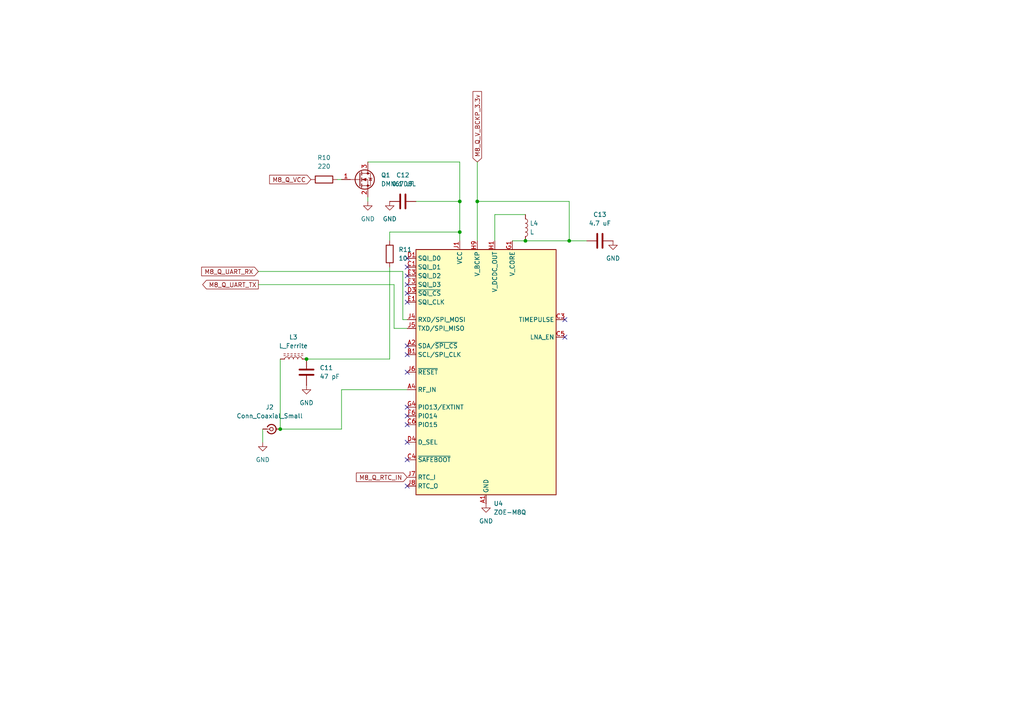
<source format=kicad_sch>
(kicad_sch (version 20231120) (generator "eeschema") (generator_version "8.0")
  (paper "A4")
  (lib_symbols
    (symbol "Connector:Conn_Coaxial_Small" (pin_numbers hide) (pin_names (offset 1.016) hide)
      (property "Reference" "J" (at 0.254 3.048 0))
      (property "Value" "Conn_Coaxial_Small" (at 0 -3.81 0))
      (symbol "Conn_Coaxial_Small_0_1"
        (polyline (pts (xy -2.54 0) (xy -0.508 0)))
        (circle (center 0 0) (radius 0.508) (stroke (width 0.2032)))
      )
      (symbol "Conn_Coaxial_Small_1_1"
        (arc (start -1.1916 -0.6311) (mid 0.327 -1.3081) (end 1.3484 0.0039) (stroke (width 0.3048)))
        (arc (start 1.3484 -0.0039) (mid 0.327 1.3081) (end -1.1916 0.6311) (stroke (width 0.3048)))
        (pin passive line (at -2.54 0 0) (length 1.27) (name "In") (number "1"))
        (pin passive line (at 2.54 0 180) (length 1.27) (name "Ext") (number "2"))
      )
    )
    (symbol "Device:C" (pin_numbers hide) (pin_names (offset 0.254))
      (property "Reference" "C" (at 0.635 2.54 0))
      (property "Value" "C" (at 0.635 -2.54 0))
      (symbol "C_0_1"
        (polyline (pts (xy -2.032 -0.762) (xy 2.032 -0.762)) (stroke (width 0.508)))
        (polyline (pts (xy -2.032 0.762) (xy 2.032 0.762)) (stroke (width 0.508)))
      )
      (symbol "C_1_1"
        (pin passive line (at 0 3.81 270) (length 2.794) (name "~") (number "1"))
        (pin passive line (at 0 -3.81 90) (length 2.794) (name "~") (number "2"))
      )
    )
    (symbol "Device:L" (pin_numbers hide) (pin_names (offset 1.016) hide)
      (property "Reference" "L" (at -1.27 0 90))
      (property "Value" "L" (at 1.905 0 90))
      (symbol "L_0_1"
        (arc (start 0 -2.54) (mid 0.6323 -1.905) (end 0 -1.27))
        (arc (start 0 -1.27) (mid 0.6323 -0.635) (end 0 0))
        (arc (start 0 0) (mid 0.6323 0.635) (end 0 1.27))
        (arc (start 0 1.27) (mid 0.6323 1.905) (end 0 2.54))
      )
      (symbol "L_1_1"
        (pin passive line (at 0 3.81 270) (length 1.27) (name "1") (number "1"))
        (pin passive line (at 0 -3.81 90) (length 1.27) (name "2") (number "2"))
      )
    )
    (symbol "Device:L_Ferrite" (pin_numbers hide) (pin_names (offset 1.016) hide)
      (property "Reference" "L" (at -1.27 0 90))
      (property "Value" "L_Ferrite" (at 2.794 0 90))
      (symbol "L_Ferrite_0_1"
        (arc (start 0 -2.54) (mid 0.6323 -1.905) (end 0 -1.27))
        (arc (start 0 -1.27) (mid 0.6323 -0.635) (end 0 0))
        (polyline (pts (xy 1.016 -2.794) (xy 1.016 -2.286)))
        (polyline (pts (xy 1.016 -1.778) (xy 1.016 -1.27)))
        (polyline (pts (xy 1.016 -0.762) (xy 1.016 -0.254)))
        (polyline (pts (xy 1.016 0.254) (xy 1.016 0.762)))
        (polyline (pts (xy 1.016 1.27) (xy 1.016 1.778)))
        (polyline (pts (xy 1.016 2.286) (xy 1.016 2.794)))
        (polyline (pts (xy 1.524 -2.286) (xy 1.524 -2.794)))
        (polyline (pts (xy 1.524 -1.27) (xy 1.524 -1.778)))
        (polyline (pts (xy 1.524 -0.254) (xy 1.524 -0.762)))
        (polyline (pts (xy 1.524 0.762) (xy 1.524 0.254)))
        (polyline (pts (xy 1.524 1.778) (xy 1.524 1.27)))
        (polyline (pts (xy 1.524 2.794) (xy 1.524 2.286)))
        (arc (start 0 0) (mid 0.6323 0.635) (end 0 1.27))
        (arc (start 0 1.27) (mid 0.6323 1.905) (end 0 2.54))
      )
      (symbol "L_Ferrite_1_1"
        (pin passive line (at 0 3.81 270) (length 1.27) (name "1") (number "1"))
        (pin passive line (at 0 -3.81 90) (length 1.27) (name "2") (number "2"))
      )
    )
    (symbol "Device:R" (pin_numbers hide) (pin_names (offset 0))
      (property "Reference" "R" (at 2.032 0 90))
      (property "Value" "R" (at 0 0 90))
      (symbol "R_0_1"
        (rectangle (start -1.016 -2.54) (end 1.016 2.54) (stroke (width 0.254)))
      )
      (symbol "R_1_1"
        (pin passive line (at 0 3.81 270) (length 1.27) (name "~") (number "1"))
        (pin passive line (at 0 -3.81 90) (length 1.27) (name "~") (number "2"))
      )
    )
    (symbol "RF_GPS:ZOE-M8Q"
      (property "Reference" "U" (at -19.05 39.37 0))
      (property "Value" "ZOE-M8Q" (at -19.05 36.83 0))
      (symbol "ZOE-M8Q_1_1"
        (rectangle (start -20.32 35.56) (end 20.32 -35.56) (stroke (width 0.254)) (fill (type background)))
        (pin power_in line (at 0 -38.1 90) (length 2.54) (name "GND") (number "A1"))
        (pin bidirectional line (at -22.86 7.62 0) (length 2.54) (name "SDA/~{SPI_CS}") (number "A2"))
        (pin passive line (at 0 -38.1 90) (length 2.54) hide (name "GND") (number "A3"))
        (pin input line (at -22.86 -5.08 0) (length 2.54) (name "RF_IN") (number "A4"))
        (pin passive line (at 0 -38.1 90) (length 2.54) hide (name "GND") (number "A5"))
        (pin no_connect line (at 20.32 0 180) (length 2.54) hide (name "Reserved") (number "A6"))
        (pin passive line (at 0 -38.1 90) (length 2.54) hide (name "GND") (number "A7"))
        (pin passive line (at 0 -38.1 90) (length 2.54) hide (name "GND") (number "A8"))
        (pin passive line (at 0 -38.1 90) (length 2.54) hide (name "GND") (number "A9"))
        (pin input line (at -22.86 5.08 0) (length 2.54) (name "SCL/SPI_CLK") (number "B1"))
        (pin passive line (at 0 -38.1 90) (length 2.54) hide (name "GND") (number "B9"))
        (pin input line (at -22.86 30.48 0) (length 2.54) (name "SQI_D1") (number "C1"))
        (pin output line (at 22.86 15.24 180) (length 2.54) (name "TIMEPULSE") (number "C3"))
        (pin input line (at -22.86 -25.4 0) (length 2.54) (name "~{SAFEBOOT}") (number "C4"))
        (pin output line (at 22.86 10.16 180) (length 2.54) (name "LNA_EN") (number "C5"))
        (pin bidirectional line (at -22.86 -15.24 0) (length 2.54) (name "PIO15") (number "C6"))
        (pin passive line (at 0 -38.1 90) (length 2.54) hide (name "GND") (number "C7"))
        (pin passive line (at 0 -38.1 90) (length 2.54) hide (name "GND") (number "C9"))
        (pin bidirectional line (at -22.86 33.02 0) (length 2.54) (name "SQI_D0") (number "D1"))
        (pin bidirectional line (at -22.86 22.86 0) (length 2.54) (name "~{SQI_CS}") (number "D3"))
        (pin input line (at -22.86 -20.32 0) (length 2.54) (name "D_SEL") (number "D4"))
        (pin passive line (at 0 -38.1 90) (length 2.54) hide (name "GND") (number "D6"))
        (pin passive line (at 0 -38.1 90) (length 2.54) hide (name "GND") (number "D9"))
        (pin bidirectional line (at -22.86 20.32 0) (length 2.54) (name "SQI_CLK") (number "E1"))
        (pin bidirectional line (at -22.86 27.94 0) (length 2.54) (name "SQI_D2") (number "E3"))
        (pin passive line (at 0 -38.1 90) (length 2.54) hide (name "GND") (number "E7"))
        (pin no_connect line (at 20.32 -5.08 180) (length 2.54) hide (name "Reserved") (number "E9"))
        (pin no_connect line (at 20.32 -10.16 180) (length 2.54) hide (name "Reserved") (number "F1"))
        (pin bidirectional line (at -22.86 25.4 0) (length 2.54) (name "SQI_D3") (number "F3"))
        (pin no_connect line (at 20.32 -15.24 180) (length 2.54) hide (name "Reserved") (number "F4"))
        (pin bidirectional line (at -22.86 -12.7 0) (length 2.54) (name "PIO14") (number "F6"))
        (pin passive line (at 0 -38.1 90) (length 2.54) hide (name "GND") (number "F7"))
        (pin no_connect line (at 20.32 -20.32 180) (length 2.54) hide (name "Reserved") (number "F9"))
        (pin power_in line (at 7.62 38.1 270) (length 2.54) (name "V_CORE") (number "G1"))
        (pin passive line (at 0 -38.1 90) (length 2.54) hide (name "GND") (number "G3"))
        (pin input line (at -22.86 -10.16 0) (length 2.54) (name "PIO13/EXTINT") (number "G4"))
        (pin no_connect line (at 20.32 -25.4 180) (length 2.54) hide (name "Reserved") (number "G5"))
        (pin passive line (at 0 -38.1 90) (length 2.54) hide (name "GND") (number "G6"))
        (pin passive line (at 0 -38.1 90) (length 2.54) hide (name "GND") (number "G7"))
        (pin no_connect line (at 20.32 -30.48 180) (length 2.54) hide (name "Reserved") (number "G9"))
        (pin power_out line (at 2.54 38.1 270) (length 2.54) (name "V_DCDC_OUT") (number "H1"))
        (pin power_in line (at -2.54 38.1 270) (length 2.54) (name "V_BCKP") (number "H9"))
        (pin power_in line (at -7.62 38.1 270) (length 2.54) (name "VCC") (number "J1"))
        (pin passive line (at -7.62 38.1 270) (length 2.54) hide (name "VCC") (number "J2"))
        (pin passive line (at 0 -38.1 90) (length 2.54) hide (name "GND") (number "J3"))
        (pin input line (at -22.86 15.24 0) (length 2.54) (name "RXD/SPI_MOSI") (number "J4"))
        (pin output line (at -22.86 12.7 0) (length 2.54) (name "TXD/SPI_MISO") (number "J5"))
        (pin input line (at -22.86 0 0) (length 2.54) (name "~{RESET}") (number "J6"))
        (pin input line (at -22.86 -30.48 0) (length 2.54) (name "RTC_I") (number "J7"))
        (pin output line (at -22.86 -33.02 0) (length 2.54) (name "RTC_O") (number "J8"))
        (pin passive line (at 0 -38.1 90) (length 2.54) hide (name "GND") (number "J9"))
      )
    )
    (symbol "Transistor_FET:DMN67D8L" (pin_names hide)
      (property "Reference" "Q" (at 5.08 1.905 0))
      (property "Value" "DMN67D8L" (at 5.08 0 0))
      (symbol "DMN67D8L_0_1"
        (polyline (pts (xy 0.254 0) (xy -2.54 0)))
        (polyline (pts (xy 0.254 1.905) (xy 0.254 -1.905)) (stroke (width 0.254)))
        (polyline (pts (xy 0.762 -1.27) (xy 0.762 -2.286)) (stroke (width 0.254)))
        (polyline (pts (xy 0.762 0.508) (xy 0.762 -0.508)) (stroke (width 0.254)))
        (polyline (pts (xy 0.762 2.286) (xy 0.762 1.27)) (stroke (width 0.254)))
        (polyline (pts (xy 2.54 2.54) (xy 2.54 1.778)))
        (polyline (pts (xy 2.54 -2.54) (xy 2.54 0) (xy 0.762 0)))
        (polyline (pts (xy 0.762 -1.778) (xy 3.302 -1.778) (xy 3.302 1.778) (xy 0.762 1.778)))
        (polyline (pts (xy 1.016 0) (xy 2.032 0.381) (xy 2.032 -0.381) (xy 1.016 0)) (fill (type outline)))
        (polyline (pts (xy 2.794 0.508) (xy 2.921 0.381) (xy 3.683 0.381) (xy 3.81 0.254)))
        (polyline (pts (xy 3.302 0.381) (xy 2.921 -0.254) (xy 3.683 -0.254) (xy 3.302 0.381)))
        (circle (center 1.651 0) (radius 2.794) (stroke (width 0.254)))
        (circle (center 2.54 -1.778) (radius 0.254) (fill (type outline)))
        (circle (center 2.54 1.778) (radius 0.254) (fill (type outline)))
      )
      (symbol "DMN67D8L_1_1"
        (pin input line (at -5.08 0 0) (length 2.54) (name "G") (number "1"))
        (pin passive line (at 2.54 -5.08 90) (length 2.54) (name "S") (number "2"))
        (pin passive line (at 2.54 5.08 270) (length 2.54) (name "D") (number "3"))
      )
    )
    (symbol "power:GND" (power) (pin_numbers hide) (pin_names (offset 0) hide)
      (property "Value" "GND" (at 0 -3.81 0))
      (symbol "GND_0_1"
        (polyline (pts (xy 0 0) (xy 0 -1.27) (xy 1.27 -1.27) (xy 0 -2.54) (xy -1.27 -1.27) (xy 0 -1.27)))
      )
      (symbol "GND_1_1"
        (pin power_in line (at 0 0 270) (length 0) (name "~") (number "1"))
      )
    )
  )
  (junction (at 165.1 69.85))
  (junction (at 133.35 67.31))
  (junction (at 88.9 104.14))
  (junction (at 81.28 124.46))
  (junction (at 152.4 69.85))
  (junction (at 138.43 58.42))
  (junction (at 133.35 58.42))
  (no_connect (at 118.11 123.19))
  (no_connect (at 118.11 102.87))
  (no_connect (at 118.11 85.09))
  (no_connect (at 118.11 100.33))
  (no_connect (at 118.11 80.01))
  (no_connect (at 118.11 74.93))
  (no_connect (at 118.11 82.55))
  (no_connect (at 118.11 133.35))
  (no_connect (at 118.11 140.97))
  (no_connect (at 118.11 107.95))
  (no_connect (at 118.11 87.63))
  (no_connect (at 163.83 92.71))
  (no_connect (at 118.11 118.11))
  (no_connect (at 118.11 128.27))
  (no_connect (at 118.11 77.47))
  (no_connect (at 118.11 120.65))
  (no_connect (at 163.83 97.79))
  (wire (pts (xy 118.11 92.71) (xy 116.84 92.71)))
  (wire (pts (xy 99.06 124.46) (xy 99.06 113.03)))
  (wire (pts (xy 165.1 58.42) (xy 165.1 69.85)))
  (wire (pts (xy 133.35 46.99) (xy 133.35 58.42)))
  (wire (pts (xy 97.79 52.07) (xy 99.06 52.07)))
  (wire (pts (xy 113.03 67.31) (xy 113.03 69.85)))
  (wire (pts (xy 106.68 57.15) (xy 106.68 58.42)))
  (wire (pts (xy 148.59 69.85) (xy 152.4 69.85)))
  (wire (pts (xy 165.1 69.85) (xy 170.18 69.85)))
  (wire (pts (xy 81.28 104.14) (xy 81.28 124.46)))
  (wire (pts (xy 133.35 58.42) (xy 133.35 67.31)))
  (wire (pts (xy 133.35 67.31) (xy 133.35 69.85)))
  (wire (pts (xy 113.03 77.47) (xy 113.03 104.14)))
  (wire (pts (xy 114.3 95.25) (xy 114.3 82.55)))
  (wire (pts (xy 143.51 69.85) (xy 143.51 62.23)))
  (wire (pts (xy 138.43 46.99) (xy 138.43 58.42)))
  (wire (pts (xy 143.51 62.23) (xy 152.4 62.23)))
  (wire (pts (xy 152.4 69.85) (xy 165.1 69.85)))
  (wire (pts (xy 138.43 58.42) (xy 165.1 58.42)))
  (wire (pts (xy 113.03 104.14) (xy 88.9 104.14)))
  (wire (pts (xy 116.84 78.74) (xy 74.93 78.74)))
  (wire (pts (xy 116.84 92.71) (xy 116.84 78.74)))
  (wire (pts (xy 76.2 124.46) (xy 76.2 128.27)))
  (wire (pts (xy 120.65 58.42) (xy 133.35 58.42)))
  (wire (pts (xy 114.3 82.55) (xy 74.93 82.55)))
  (wire (pts (xy 106.68 46.99) (xy 133.35 46.99)))
  (wire (pts (xy 113.03 67.31) (xy 133.35 67.31)))
  (wire (pts (xy 118.11 95.25) (xy 114.3 95.25)))
  (wire (pts (xy 138.43 69.85) (xy 138.43 58.42)))
  (wire (pts (xy 81.28 124.46) (xy 99.06 124.46)))
  (wire (pts (xy 99.06 113.03) (xy 118.11 113.03)))
  (global_label "M8_Q_VCC" (shape input) (at 90.17 52.07 180) (property "Intersheetrefs" "${INTERSHEET_REFS}" (effects (hide yes))))
  (global_label "M8_Q_UART_TX" (shape output) (at 74.93 82.55 180) (property "Intersheetrefs" "${INTERSHEET_REFS}" (effects (hide yes))))
  (global_label "M8_Q_V_BCKP_3.3v" (shape input) (at 138.43 46.99 90) (property "Intersheetrefs" "${INTERSHEET_REFS}" (effects (hide yes))))
  (global_label "M8_Q_UART_RX" (shape input) (at 74.93 78.74 180) (property "Intersheetrefs" "${INTERSHEET_REFS}" (effects (hide yes))))
  (global_label "M8_Q_RTC_IN" (shape input) (at 118.11 138.43 180) (property "Intersheetrefs" "${INTERSHEET_REFS}" (effects (hide yes))))
  (symbol (lib_id "Device:L") (at 152.4 66.04 0) (unit 1)
    (property "Reference" "L4" (at 153.67 64.7699 0) (effects (justify left)))
    (property "Value" "L" (at 153.67 67.3099 0) (effects (justify left)))
    (property "Footprint" "Inductor_SMD:L_0603_1608Metric_Pad1.05x0.95mm_HandSolder" (effects (hide yes)))
    (property "Description" "Inductor" (effects (hide yes)))
  )
  (symbol (lib_id "power:GND") (at 113.03 58.42 0) (unit 1)
    (property "Reference" "#PWR025" (effects (hide yes)))
    (property "Value" "GND" (at 113.03 63.5 0))
    (property "Description" "Power symbol creates a global label with name \"GND\" , ground" (effects (hide yes)))
  )
  (symbol (lib_id "Connector:Conn_Coaxial_Small") (at 78.74 124.46 0) (unit 1)
    (property "Reference" "J2" (at 78.2204 118.11 0))
    (property "Value" "Conn_Coaxial_Small" (at 78.2204 120.65 0))
    (property "Footprint" "Connector_Coaxial:U.FL_Hirose_U.FL-R-SMT-1_Vertical" (effects (hide yes)))
    (property "Description" "small coaxial connector (BNC, SMA, SMB, SMC, Cinch/RCA, LEMO, ...)" (effects (hide yes)))
  )
  (symbol (lib_id "Transistor_FET:DMN67D8L") (at 104.14 52.07 0) (unit 1)
    (property "Reference" "Q1" (at 110.49 50.7999 0) (effects (justify left)))
    (property "Value" "DMN67D8L" (at 110.49 53.3399 0) (effects (justify left)))
    (property "Footprint" "Package_TO_SOT_SMD:SOT-23" (effects (hide yes)))
    (property "Datasheet" "http://www.diodes.com/assets/Datasheets/DMN67D8L.pdf" (effects (hide yes)))
    (property "Description" "0.21A Id, 60V Vds, N-Channel MOSFET, SOT-23" (effects (hide yes)))
  )
  (symbol (lib_id "power:GND") (at 76.2 128.27 0) (unit 1)
    (property "Reference" "#PWR022" (effects (hide yes)))
    (property "Value" "GND" (at 76.2 133.35 0))
    (property "Description" "Power symbol creates a global label with name \"GND\" , ground" (effects (hide yes)))
  )
  (symbol (lib_id "power:GND") (at 88.9 111.76 0) (unit 1)
    (property "Reference" "#PWR023" (effects (hide yes)))
    (property "Value" "GND" (at 88.9 116.84 0))
    (property "Description" "Power symbol creates a global label with name \"GND\" , ground" (effects (hide yes)))
  )
  (symbol (lib_id "Device:R") (at 93.98 52.07 90) (unit 1)
    (property "Reference" "R10" (at 93.98 45.72 90))
    (property "Value" "220" (at 93.98 48.26 90))
    (property "Footprint" "Resistor_SMD:R_0201_0603Metric_Pad0.64x0.40mm_HandSolder" (effects (hide yes)))
    (property "Description" "Resistor" (effects (hide yes)))
  )
  (symbol (lib_id "RF_GPS:ZOE-M8Q") (at 140.97 107.95 0) (unit 1)
    (property "Reference" "U4" (at 143.1641 146.05 0) (effects (justify left)))
    (property "Value" "ZOE-M8Q" (at 143.1641 148.59 0) (effects (justify left)))
    (property "Footprint" "RF_GPS:ublox_ZOE_M8" (effects (hide yes)))
    (property "Datasheet" "https://content.u-blox.com/sites/default/files/ZOE-M8_HIM_UBX-16030136.pdf" (effects (hide yes)))
    (property "Description" "ultra small GNSS  module IC, SiP" (effects (hide yes)))
  )
  (symbol (lib_id "Device:R") (at 113.03 73.66 0) (unit 1)
    (property "Reference" "R11" (at 115.57 72.3899 0) (effects (justify left)))
    (property "Value" "10" (at 115.57 74.9299 0) (effects (justify left)))
    (property "Footprint" "Resistor_SMD:R_0201_0603Metric_Pad0.64x0.40mm_HandSolder" (effects (hide yes)))
    (property "Description" "Resistor" (effects (hide yes)))
  )
  (symbol (lib_id "Device:C") (at 173.99 69.85 90) (unit 1)
    (property "Reference" "C13" (at 173.99 62.23 90))
    (property "Value" "4.7 uF" (at 173.99 64.77 90))
    (property "Footprint" "Capacitor_SMD:C_0201_0603Metric_Pad0.64x0.40mm_HandSolder" (effects (hide yes)))
    (property "Description" "Unpolarized capacitor" (effects (hide yes)))
  )
  (symbol (lib_id "power:GND") (at 140.97 146.05 0) (unit 1)
    (property "Reference" "#PWR027" (effects (hide yes)))
    (property "Value" "GND" (at 140.97 151.13 0))
    (property "Description" "Power symbol creates a global label with name \"GND\" , ground" (effects (hide yes)))
  )
  (symbol (lib_id "Device:C") (at 88.9 107.95 0) (unit 1)
    (property "Reference" "C11" (at 92.71 106.6799 0) (effects (justify left)))
    (property "Value" "47 pF" (at 92.71 109.2199 0) (effects (justify left)))
    (property "Footprint" "Capacitor_SMD:C_0201_0603Metric_Pad0.64x0.40mm_HandSolder" (effects (hide yes)))
    (property "Description" "Unpolarized capacitor" (effects (hide yes)))
  )
  (symbol (lib_id "power:GND") (at 177.8 69.85 0) (unit 1)
    (property "Reference" "#PWR028" (effects (hide yes)))
    (property "Value" "GND" (at 177.8 74.93 0))
    (property "Description" "Power symbol creates a global label with name \"GND\" , ground" (effects (hide yes)))
  )
  (symbol (lib_id "power:GND") (at 106.68 58.42 0) (unit 1)
    (property "Reference" "#PWR024" (effects (hide yes)))
    (property "Value" "GND" (at 106.68 63.5 0))
    (property "Description" "Power symbol creates a global label with name \"GND\" , ground" (effects (hide yes)))
  )
  (symbol (lib_id "Device:C") (at 116.84 58.42 90) (unit 1)
    (property "Reference" "C12" (at 116.84 50.8 90))
    (property "Value" "0.1 uF" (at 116.84 53.34 90))
    (property "Footprint" "Capacitor_SMD:C_0201_0603Metric_Pad0.64x0.40mm_HandSolder" (effects (hide yes)))
    (property "Description" "Unpolarized capacitor" (effects (hide yes)))
  )
  (symbol (lib_id "Device:L_Ferrite") (at 85.09 104.14 90) (unit 1)
    (property "Reference" "L3" (at 85.09 97.79 90))
    (property "Value" "L_Ferrite" (at 85.09 100.33 90))
    (property "Footprint" "Inductor_SMD:L_Eaton_MCL2012V1" (effects (hide yes)))
    (property "Description" "Inductor with ferrite core" (effects (hide yes)))
  )
)
</source>
